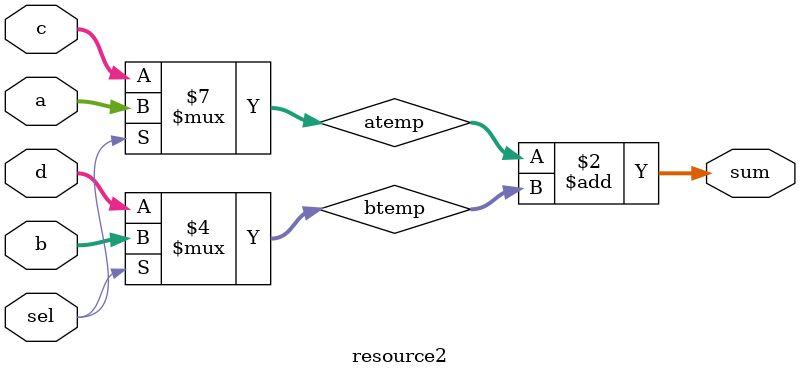
<source format=v>

module resource1(sum,a,b,c,d,sel);
parameter size = 4;
output [size:0] sum;
input sel;
input [size-1:0] a,b,c,d;
reg [size:0] sum;
always @(a or b or c or d or sel) begin
    if (sel) sum = a + b;
    else sum = c + d;
end
endmodule

// 两个选择器和一个加法器
// sel=1, sum = a + b
// sel=0, sum = c + d
// 两个选择器电路，一个加法电路。
module resource2(sum,a,b,c,d,sel);
parameter size = 4;
output [size:0] sum;
input sel;
input [size-1:0] a,b,c,d;
reg [size-1:0] atemp,btemp;
reg [size:0] sum;
always @(a or b or c or d or sel) begin
    if (sel) begin
        atemp = a;
        btemp = b;
    end
    else begin
        atemp = c;
        btemp = d;
    end
    sum = atemp + btemp;
end
endmodule








</source>
